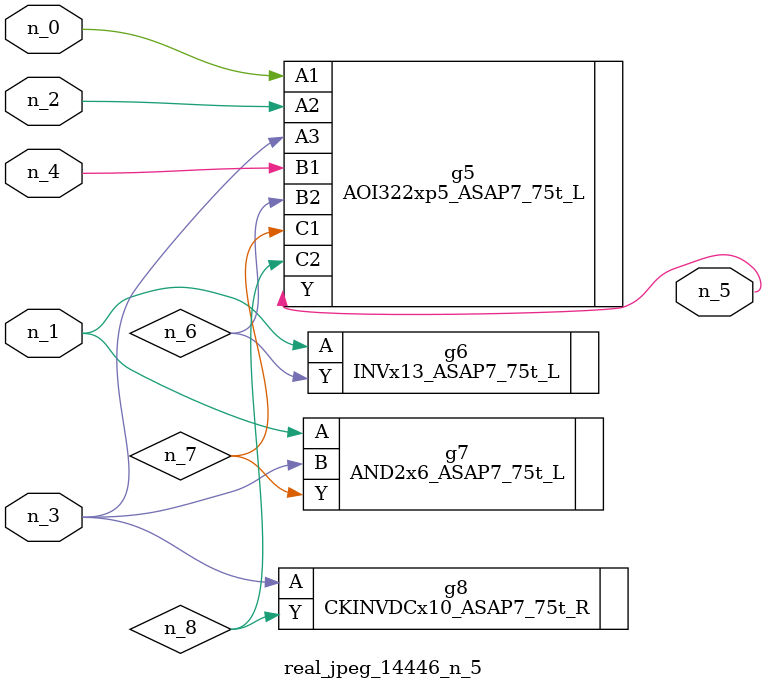
<source format=v>
module real_jpeg_14446_n_5 (n_4, n_0, n_1, n_2, n_3, n_5);

input n_4;
input n_0;
input n_1;
input n_2;
input n_3;

output n_5;

wire n_8;
wire n_6;
wire n_7;

AOI322xp5_ASAP7_75t_L g5 ( 
.A1(n_0),
.A2(n_2),
.A3(n_3),
.B1(n_4),
.B2(n_6),
.C1(n_7),
.C2(n_8),
.Y(n_5)
);

INVx13_ASAP7_75t_L g6 ( 
.A(n_1),
.Y(n_6)
);

AND2x6_ASAP7_75t_L g7 ( 
.A(n_1),
.B(n_3),
.Y(n_7)
);

CKINVDCx10_ASAP7_75t_R g8 ( 
.A(n_3),
.Y(n_8)
);


endmodule
</source>
